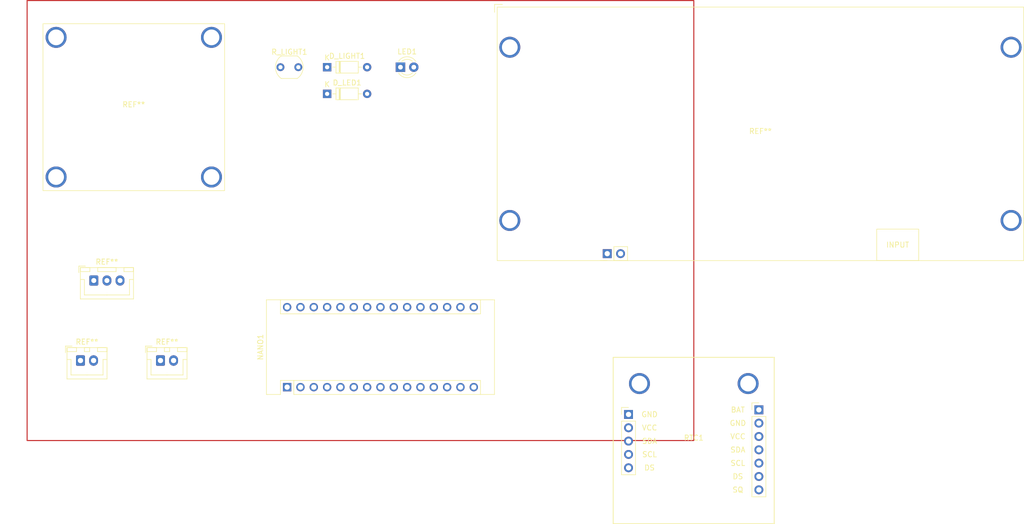
<source format=kicad_pcb>
(kicad_pcb (version 20211014) (generator pcbnew)
  (layers (0 "F.Cu" signal) (31 "B.Cu" signal) (34 "B.Paste" user) (35 "F.Paste" user) (36 "B.SilkS" user "B.Silkscreen") (37 "F.SilkS" user "F.Silkscreen") (38 "B.Mask" user) (39 "F.Mask" user) (44 "Edge.Cuts" user))
  (net 0 "")
  (net 27 "GND")
  (net 30 "Net-(D_LED1-Pad1)")
  (net 31 "Net-(D_LIGHT1-Pad2)")
  (net 32 "Net-(NANO1-Pad23)")
  (net 33 "Net-(NANO1-Pad24)")
  (net 34 "Net-(D_LED1-Pad2)")
  (net 35 "Net-(D_LIGHT1-Pad1)")
  (net 36 "Net-(NANO1-Pad27)")
  (footprint "P2000:DS1307" (layer "F.Cu") (at 170.18 121.92)
    (fp_text reference "RTC1" (at 0 -0.5 unlocked) (layer "F.SilkS"))
    (fp_text value "DS1307+")
    (fp_text user "BAT" (at 8.4 -5.85) (layer "F.SilkS"))
    (fp_text user "DS" (at 8.4 6.85) (layer "F.SilkS"))
    (fp_text user "DS" (at -8.43 5.19) (layer "F.SilkS"))
    (fp_text user "GND" (at 8.4 -3.31) (layer "F.SilkS"))
    (fp_text user "VCC" (at -8.43 -2.43) (layer "F.SilkS"))
    (fp_text user "SCL" (at -8.43 2.65) (layer "F.SilkS"))
    (fp_text user "SDA" (at 8.4 1.77) (layer "F.SilkS"))
    (fp_text user "VCC" (at 8.4 -0.77) (layer "F.SilkS"))
    (fp_text user "SQ" (at 8.4 9.39) (layer "F.SilkS"))
    (fp_text user "SDA" (at -8.43 0.11) (layer "F.SilkS"))
    (fp_text user "GND" (at -8.43 -4.97) (layer "F.SilkS"))
    (fp_text user "SCL" (at 8.4 4.31) (layer "F.SilkS"))
    (fp_line (start 13.73 -4.58) (end 13.73 10.72) (layer "F.SilkS") (width 0.12))
    (fp_line (start -15.35 -15.85) (end 15.35 -15.85) (layer "F.SilkS") (width 0.15))
    (fp_line (start 11.07 -4.58) (end 13.73 -4.58) (layer "F.SilkS") (width 0.12))
    (fp_line (start 11.07 -4.58) (end 11.07 10.72) (layer "F.SilkS") (width 0.12))
    (fp_line (start 15.32 -15.85) (end 15.32 15.85) (layer "F.SilkS") (width 0.15))
    (fp_line (start -13.76 -6.3) (end -12.43 -6.3) (layer "F.SilkS") (width 0.12))
    (fp_line (start -11.1 -3.7) (end -11.1 6.52) (layer "F.SilkS") (width 0.12))
    (fp_line (start 11.07 -5.85) (end 11.07 -7.18) (layer "F.SilkS") (width 0.12))
    (fp_line (start -13.76 -3.7) (end -13.76 6.52) (layer "F.SilkS") (width 0.12))
    (fp_line (start -13.76 -3.7) (end -11.1 -3.7) (layer "F.SilkS") (width 0.12))
    (fp_line (start -15.35 15.85) (end -15.35 -15.85) (layer "F.SilkS") (width 0.15))
    (fp_line (start -13.76 6.52) (end -11.1 6.52) (layer "F.SilkS") (width 0.12))
    (fp_line (start 15.35 15.85) (end -15.35 15.85) (layer "F.SilkS") (width 0.15))
    (fp_line (start 11.07 -7.18) (end 12.4 -7.18) (layer "F.SilkS") (width 0.12))
    (fp_line (start 11.07 10.72) (end 13.73 10.72) (layer "F.SilkS") (width 0.12))
    (fp_line (start -13.76 -4.97) (end -13.76 -6.3) (layer "F.SilkS") (width 0.12))
    (pad "" np_thru_hole circle (at -10.35 -10.85) (size 4 4) (drill 3) (layers F&B.Cu *.Mask))
    (pad "" np_thru_hole circle (at 10.35 -10.85) (size 4 4) (drill 3) (layers F&B.Cu *.Mask))
    (pad "1" thru_hole rect (at 12.4 -5.85) (size 1.7 1.7) (drill 1) (layers *.Cu *.Mask))
    (pad "2" thru_hole oval (at 12.4 -3.31) (size 1.7 1.7) (drill 1) (layers *.Cu *.Mask))
    (pad "3" thru_hole oval (at 12.4 -0.77) (size 1.7 1.7) (drill 1) (layers *.Cu *.Mask))
    (pad "4" thru_hole oval (at 12.4 1.77) (size 1.7 1.7) (drill 1) (layers *.Cu *.Mask) (net 27 "GND"))
    (pad "5" thru_hole oval (at 12.4 4.31) (size 1.7 1.7) (drill 1) (layers *.Cu *.Mask) (net 32 "Net-(NANO1-Pad23)"))
    (pad "6" thru_hole oval (at 12.4 6.85) (size 1.7 1.7) (drill 1) (layers *.Cu *.Mask) (net 33 "Net-(NANO1-Pad24)"))
    (pad "7" thru_hole oval (at 12.4 9.39) (size 1.7 1.7) (drill 1) (layers *.Cu *.Mask))
    (pad "8" thru_hole rect (at -12.43 -4.97) (size 1.7 1.7) (drill 1) (layers *.Cu *.Mask) (net 36 "Net-(NANO1-Pad27)"))
    (pad "9" thru_hole oval (at -12.43 -2.43) (size 1.7 1.7) (drill 1) (layers *.Cu *.Mask))
    (pad "10" thru_hole oval (at -12.43 0.11) (size 1.7 1.7) (drill 1) (layers *.Cu *.Mask))
    (pad "11" thru_hole oval (at -12.43 2.65) (size 1.7 1.7) (drill 1) (layers *.Cu *.Mask))
    (pad "12" thru_hole oval (at -12.43 5.19) (size 1.7 1.7) (drill 1) (layers *.Cu *.Mask))
  )
  (footprint "Connector_JST:JST_XH_B2B-XH-A_1x02_P2.50mm_Vertical" (layer "F.Cu") (at 53.34 106.68)
    (fp_text reference "REF**" (at 1.25 -3.55) (layer "F.SilkS"))
    (fp_text value "JST_XH_B2B-XH-A_1x02_P2.50mm_Vertical")
    (fp_line (start -1.6 -2.75) (end -2.85 -2.75) (layer "F.SilkS") (width 0.12))
    (fp_line (start 3.25 -1.7) (end 5.05 -1.7) (layer "F.SilkS") (width 0.12))
    (fp_line (start 1.75 -1.7) (end 1.75 -2.45) (layer "F.SilkS") (width 0.12))
    (fp_line (start -2.85 -2.75) (end -2.85 -1.5) (layer "F.SilkS") (width 0.12))
    (fp_line (start 4.3 -0.2) (end 4.3 2.75) (layer "F.SilkS") (width 0.12))
    (fp_line (start -2.56 -2.46) (end -2.56 3.51) (layer "F.SilkS") (width 0.12))
    (fp_line (start 5.05 -2.45) (end 3.25 -2.45) (layer "F.SilkS") (width 0.12))
    (fp_line (start 4.3 2.75) (end 1.25 2.75) (layer "F.SilkS") (width 0.12))
    (fp_line (start 5.05 -1.7) (end 5.05 -2.45) (layer "F.SilkS") (width 0.12))
    (fp_line (start 5.06 -2.46) (end -2.56 -2.46) (layer "F.SilkS") (width 0.12))
    (fp_line (start 3.25 -2.45) (end 3.25 -1.7) (layer "F.SilkS") (width 0.12))
    (fp_line (start -2.55 -1.7) (end -0.75 -1.7) (layer "F.SilkS") (width 0.12))
    (fp_line (start -2.55 -2.45) (end -2.55 -1.7) (layer "F.SilkS") (width 0.12))
    (fp_line (start 1.75 -2.45) (end 0.75 -2.45) (layer "F.SilkS") (width 0.12))
    (fp_line (start -1.8 2.75) (end 1.25 2.75) (layer "F.SilkS") (width 0.12))
    (fp_line (start -2.55 -0.2) (end -1.8 -0.2) (layer "F.SilkS") (width 0.12))
    (fp_line (start 5.05 -0.2) (end 4.3 -0.2) (layer "F.SilkS") (width 0.12))
    (fp_line (start 5.06 3.51) (end 5.06 -2.46) (layer "F.SilkS") (width 0.12))
    (fp_line (start -0.75 -1.7) (end -0.75 -2.45) (layer "F.SilkS") (width 0.12))
    (fp_line (start -0.75 -2.45) (end -2.55 -2.45) (layer "F.SilkS") (width 0.12))
    (fp_line (start -2.56 3.51) (end 5.06 3.51) (layer "F.SilkS") (width 0.12))
    (fp_line (start 0.75 -2.45) (end 0.75 -1.7) (layer "F.SilkS") (width 0.12))
    (fp_line (start 0.75 -1.7) (end 1.75 -1.7) (layer "F.SilkS") (width 0.12))
    (fp_line (start -1.8 -0.2) (end -1.8 2.75) (layer "F.SilkS") (width 0.12))
    (pad "1" thru_hole roundrect (at 0 0) (size 1.7 2) (drill 1) (layers *.Cu *.Mask) (roundrect_rratio 0.147059))
    (pad "2" thru_hole oval (at 2.5 0) (size 1.7 2) (drill 1) (layers *.Cu *.Mask))
  )
  (footprint "OptoDevice:R_LDR_5.1x4.3mm_P3.4mm_Vertical" (layer "F.Cu") (at 91.44 50.8)
    (fp_text reference "R_LIGHT1" (at 1.7 -2.9) (layer "F.SilkS"))
    (fp_text value "LDR07")
    (fp_line (start 0.15 -2.15) (end 3.2 -2.15) (layer "F.SilkS") (width 0.12))
    (fp_line (start 0.15 2.15) (end 3.2 2.15) (layer "F.SilkS") (width 0.12))
    (fp_arc (start 0.15 2.15) (mid -0.950438 -0.013368) (end 0.171766 -2.165525) (layer "F.SilkS") (width 0.12))
    (fp_arc (start 3.2 -2.15) (mid 4.321403 -0.027338) (end 3.244513 2.118249) (layer "F.SilkS") (width 0.12))
    (pad "1" thru_hole circle (at 0 0) (size 1.5 1.5) (drill 0.8) (layers *.Cu *.Mask) (net 36 "Net-(NANO1-Pad27)"))
    (pad "2" thru_hole circle (at 3.4 0) (size 1.5 1.5) (drill 0.8) (layers *.Cu *.Mask) (net 31 "Net-(D_LIGHT1-Pad2)"))
  )
  (footprint "Diode_THT:D_DO-35_SOD27_P7.62mm_Horizontal" (layer "F.Cu") (at 100.33 50.8)
    (fp_text reference "D_LIGHT1" (at 3.81 -2.12) (layer "F.SilkS"))
    (fp_text value "1N4148")
    (fp_text user "K" (at 0 -1.8) (layer "F.SilkS"))
    (fp_line (start 6.58 0) (end 5.93 0) (layer "F.SilkS") (width 0.12))
    (fp_line (start 5.93 -1.12) (end 1.69 -1.12) (layer "F.SilkS") (width 0.12))
    (fp_line (start 1.69 1.12) (end 5.93 1.12) (layer "F.SilkS") (width 0.12))
    (fp_line (start 1.69 -1.12) (end 1.69 1.12) (layer "F.SilkS") (width 0.12))
    (fp_line (start 5.93 1.12) (end 5.93 -1.12) (layer "F.SilkS") (width 0.12))
    (fp_line (start 2.41 -1.12) (end 2.41 1.12) (layer "F.SilkS") (width 0.12))
    (fp_line (start 2.53 -1.12) (end 2.53 1.12) (layer "F.SilkS") (width 0.12))
    (fp_line (start 1.04 0) (end 1.69 0) (layer "F.SilkS") (width 0.12))
    (fp_line (start 2.29 -1.12) (end 2.29 1.12) (layer "F.SilkS") (width 0.12))
    (pad "1" thru_hole rect (at 0 0) (size 1.6 1.6) (drill 0.8) (layers *.Cu *.Mask) (net 35 "Net-(D_LIGHT1-Pad1)"))
    (pad "2" thru_hole oval (at 7.62 0) (size 1.6 1.6) (drill 0.8) (layers *.Cu *.Mask) (net 31 "Net-(D_LIGHT1-Pad2)"))
  )
  (footprint "LED_THT:LED_D3.0mm_Clear" (layer "F.Cu") (at 114.3 50.8)
    (fp_text reference "LED1" (at 1.27 -2.96) (layer "F.SilkS"))
    (fp_text value "LED")
    (fp_line (start -0.29 1.08) (end -0.29 1.236) (layer "F.SilkS") (width 0.12))
    (fp_line (start -0.29 -1.236) (end -0.29 -1.08) (layer "F.SilkS") (width 0.12))
    (fp_arc (start 0.229039 -1.08) (mid 1.270117 -1.5) (end 2.31113 -1.079837) (layer "F.SilkS") (width 0.12))
    (fp_arc (start 2.942335 1.078608) (mid 1.366487 1.987659) (end -0.29 1.235516) (layer "F.SilkS") (width 0.12))
    (fp_arc (start -0.29 -1.235516) (mid 1.366487 -1.987659) (end 2.942335 -1.078608) (layer "F.SilkS") (width 0.12))
    (fp_arc (start 2.31113 1.079837) (mid 1.270117 1.5) (end 0.229039 1.08) (layer "F.SilkS") (width 0.12))
    (pad "1" thru_hole rect (at 0 0) (size 1.8 1.8) (drill 0.9) (layers *.Cu *.Mask) (net 27 "GND"))
    (pad "2" thru_hole circle (at 2.54 0) (size 1.8 1.8) (drill 0.9) (layers *.Cu *.Mask) (net 30 "Net-(D_LED1-Pad1)"))
  )
  (footprint "P2000:N2003 Shield" (layer "F.Cu") (at 63.5 58.42)
    (fp_text reference "REF**" (at 0 -0.5 unlocked) (layer "F.SilkS"))
    (fp_text value "N2003 Shield")
    (fp_rect (start -17.3 -15.9) (end 17.3 15.9) (layer "F.SilkS") (width 0.12) (fill none))
    (pad "" np_thru_hole circle (at -14.8 -13.3) (size 4 4) (drill 3) (layers F&B.Cu *.Mask))
    (pad "" np_thru_hole circle (at 14.8 -13.3) (size 4 4) (drill 3) (layers F&B.Cu *.Mask))
    (pad "" np_thru_hole circle (at -14.8 13.3) (size 4 4) (drill 3) (layers F&B.Cu *.Mask))
    (pad "" np_thru_hole circle (at 14.8 13.3) (size 4 4) (drill 3) (layers F&B.Cu *.Mask))
  )
  (footprint "Module:Arduino_Nano" (layer "F.Cu") (at 92.71 111.75 90)
    (fp_text reference "NANO1" (at 7.62 -5.08 90) (layer "F.SilkS"))
    (fp_text value "Arduino_Nano_v3.x")
    (fp_line (start 13.97 -1.27) (end 16.64 -1.27) (layer "F.SilkS") (width 0.12))
    (fp_line (start 1.27 1.27) (end -1.4 1.27) (layer "F.SilkS") (width 0.12))
    (fp_line (start 16.64 -3.94) (end -1.4 -3.94) (layer "F.SilkS") (width 0.12))
    (fp_line (start 13.97 -1.27) (end 13.97 36.83) (layer "F.SilkS") (width 0.12))
    (fp_line (start 1.27 1.27) (end 1.27 -1.27) (layer "F.SilkS") (width 0.12))
    (fp_line (start 16.64 39.5) (end 16.64 -3.94) (layer "F.SilkS") (width 0.12))
    (fp_line (start -1.4 -3.94) (end -1.4 -1.27) (layer "F.SilkS") (width 0.12))
    (fp_line (start 1.27 1.27) (end 1.27 36.83) (layer "F.SilkS") (width 0.12))
    (fp_line (start 1.27 -1.27) (end -1.4 -1.27) (layer "F.SilkS") (width 0.12))
    (fp_line (start 1.27 36.83) (end -1.4 36.83) (layer "F.SilkS") (width 0.12))
    (fp_line (start 13.97 36.83) (end 16.64 36.83) (layer "F.SilkS") (width 0.12))
    (fp_line (start -1.4 39.5) (end 16.64 39.5) (layer "F.SilkS") (width 0.12))
    (fp_line (start -1.4 1.27) (end -1.4 39.5) (layer "F.SilkS") (width 0.12))
    (pad "1" thru_hole rect (at 0 0 90) (size 1.6 1.6) (drill 1) (layers *.Cu *.Mask))
    (pad "2" thru_hole oval (at 0 2.54 90) (size 1.6 1.6) (drill 1) (layers *.Cu *.Mask))
    (pad "3" thru_hole oval (at 0 5.08 90) (size 1.6 1.6) (drill 1) (layers *.Cu *.Mask))
    (pad "4" thru_hole oval (at 0 7.62 90) (size 1.6 1.6) (drill 1) (layers *.Cu *.Mask) (net 27 "GND"))
    (pad "5" thru_hole oval (at 0 10.16 90) (size 1.6 1.6) (drill 1) (layers *.Cu *.Mask))
    (pad "6" thru_hole oval (at 0 12.7 90) (size 1.6 1.6) (drill 1) (layers *.Cu *.Mask))
    (pad "7" thru_hole oval (at 0 15.24 90) (size 1.6 1.6) (drill 1) (layers *.Cu *.Mask))
    (pad "8" thru_hole oval (at 0 17.78 90) (size 1.6 1.6) (drill 1) (layers *.Cu *.Mask))
    (pad "9" thru_hole oval (at 0 20.32 90) (size 1.6 1.6) (drill 1) (layers *.Cu *.Mask))
    (pad "10" thru_hole oval (at 0 22.86 90) (size 1.6 1.6) (drill 1) (layers *.Cu *.Mask))
    (pad "11" thru_hole oval (at 0 25.4 90) (size 1.6 1.6) (drill 1) (layers *.Cu *.Mask))
    (pad "12" thru_hole oval (at 0 27.94 90) (size 1.6 1.6) (drill 1) (layers *.Cu *.Mask) (net 34 "Net-(D_LED1-Pad2)"))
    (pad "13" thru_hole oval (at 0 30.48 90) (size 1.6 1.6) (drill 1) (layers *.Cu *.Mask))
    (pad "14" thru_hole oval (at 0 33.02 90) (size 1.6 1.6) (drill 1) (layers *.Cu *.Mask))
    (pad "15" thru_hole oval (at 0 35.56 90) (size 1.6 1.6) (drill 1) (layers *.Cu *.Mask))
    (pad "16" thru_hole oval (at 15.24 35.56 90) (size 1.6 1.6) (drill 1) (layers *.Cu *.Mask))
    (pad "17" thru_hole oval (at 15.24 33.02 90) (size 1.6 1.6) (drill 1) (layers *.Cu *.Mask))
    (pad "18" thru_hole oval (at 15.24 30.48 90) (size 1.6 1.6) (drill 1) (layers *.Cu *.Mask))
    (pad "19" thru_hole oval (at 15.24 27.94 90) (size 1.6 1.6) (drill 1) (layers *.Cu *.Mask) (net 35 "Net-(D_LIGHT1-Pad1)"))
    (pad "20" thru_hole oval (at 15.24 25.4 90) (size 1.6 1.6) (drill 1) (layers *.Cu *.Mask))
    (pad "21" thru_hole oval (at 15.24 22.86 90) (size 1.6 1.6) (drill 1) (layers *.Cu *.Mask))
    (pad "22" thru_hole oval (at 15.24 20.32 90) (size 1.6 1.6) (drill 1) (layers *.Cu *.Mask))
    (pad "23" thru_hole oval (at 15.24 17.78 90) (size 1.6 1.6) (drill 1) (layers *.Cu *.Mask) (net 32 "Net-(NANO1-Pad23)"))
    (pad "24" thru_hole oval (at 15.24 15.24 90) (size 1.6 1.6) (drill 1) (layers *.Cu *.Mask) (net 33 "Net-(NANO1-Pad24)"))
    (pad "25" thru_hole oval (at 15.24 12.7 90) (size 1.6 1.6) (drill 1) (layers *.Cu *.Mask))
    (pad "26" thru_hole oval (at 15.24 10.16 90) (size 1.6 1.6) (drill 1) (layers *.Cu *.Mask))
    (pad "27" thru_hole oval (at 15.24 7.62 90) (size 1.6 1.6) (drill 1) (layers *.Cu *.Mask) (net 36 "Net-(NANO1-Pad27)"))
    (pad "28" thru_hole oval (at 15.24 5.08 90) (size 1.6 1.6) (drill 1) (layers *.Cu *.Mask))
    (pad "29" thru_hole oval (at 15.24 2.54 90) (size 1.6 1.6) (drill 1) (layers *.Cu *.Mask))
    (pad "30" thru_hole oval (at 15.24 0 90) (size 1.6 1.6) (drill 1) (layers *.Cu *.Mask))
  )
  (footprint "Connector_JST:JST_XH_B2B-XH-A_1x02_P2.50mm_Vertical" (layer "F.Cu") (at 68.58 106.68)
    (fp_text reference "REF**" (at 1.25 -3.55) (layer "F.SilkS"))
    (fp_text value "JST_XH_B2B-XH-A_1x02_P2.50mm_Vertical")
    (fp_line (start 5.05 -0.2) (end 4.3 -0.2) (layer "F.SilkS") (width 0.12))
    (fp_line (start 4.3 -0.2) (end 4.3 2.75) (layer "F.SilkS") (width 0.12))
    (fp_line (start 5.06 -2.46) (end -2.56 -2.46) (layer "F.SilkS") (width 0.12))
    (fp_line (start -2.55 -2.45) (end -2.55 -1.7) (layer "F.SilkS") (width 0.12))
    (fp_line (start -1.8 2.75) (end 1.25 2.75) (layer "F.SilkS") (width 0.12))
    (fp_line (start -1.6 -2.75) (end -2.85 -2.75) (layer "F.SilkS") (width 0.12))
    (fp_line (start 3.25 -2.45) (end 3.25 -1.7) (layer "F.SilkS") (width 0.12))
    (fp_line (start 5.05 -2.45) (end 3.25 -2.45) (layer "F.SilkS") (width 0.12))
    (fp_line (start -2.85 -2.75) (end -2.85 -1.5) (layer "F.SilkS") (width 0.12))
    (fp_line (start -2.56 3.51) (end 5.06 3.51) (layer "F.SilkS") (width 0.12))
    (fp_line (start 4.3 2.75) (end 1.25 2.75) (layer "F.SilkS") (width 0.12))
    (fp_line (start 1.75 -2.45) (end 0.75 -2.45) (layer "F.SilkS") (width 0.12))
    (fp_line (start 1.75 -1.7) (end 1.75 -2.45) (layer "F.SilkS") (width 0.12))
    (fp_line (start 0.75 -2.45) (end 0.75 -1.7) (layer "F.SilkS") (width 0.12))
    (fp_line (start -2.56 -2.46) (end -2.56 3.51) (layer "F.SilkS") (width 0.12))
    (fp_line (start 0.75 -1.7) (end 1.75 -1.7) (layer "F.SilkS") (width 0.12))
    (fp_line (start 3.25 -1.7) (end 5.05 -1.7) (layer "F.SilkS") (width 0.12))
    (fp_line (start -1.8 -0.2) (end -1.8 2.75) (layer "F.SilkS") (width 0.12))
    (fp_line (start -2.55 -1.7) (end -0.75 -1.7) (layer "F.SilkS") (width 0.12))
    (fp_line (start 5.06 3.51) (end 5.06 -2.46) (layer "F.SilkS") (width 0.12))
    (fp_line (start 5.05 -1.7) (end 5.05 -2.45) (layer "F.SilkS") (width 0.12))
    (fp_line (start -2.55 -0.2) (end -1.8 -0.2) (layer "F.SilkS") (width 0.12))
    (fp_line (start -0.75 -1.7) (end -0.75 -2.45) (layer "F.SilkS") (width 0.12))
    (fp_line (start -0.75 -2.45) (end -2.55 -2.45) (layer "F.SilkS") (width 0.12))
    (pad "1" thru_hole roundrect (at 0 0) (size 1.7 2) (drill 1) (layers *.Cu *.Mask) (roundrect_rratio 0.147059))
    (pad "2" thru_hole oval (at 2.5 0) (size 1.7 2) (drill 1) (layers *.Cu *.Mask))
  )
  (footprint "P2000:Battery Shield" (layer "F.Cu") (at 182.88 63.5)
    (fp_text reference "REF**" (at 0 -0.5 unlocked) (layer "F.SilkS"))
    (fp_text value "Battery Shield")
    (fp_text user "INPUT" (at 26.15 21.15 unlocked) (layer "F.SilkS"))
    (fp_line (start -29.19 24.15) (end -30.52 24.15) (layer "F.SilkS") (width 0.12))
    (fp_line (start -27.92 24.15) (end -27.92 21.49) (layer "F.SilkS") (width 0.12))
    (fp_line (start -27.92 21.49) (end -25.32 21.49) (layer "F.SilkS") (width 0.12))
    (fp_line (start -27.92 24.15) (end -25.32 24.15) (layer "F.SilkS") (width 0.12))
    (fp_line (start -50.65 -24.65) (end -50.65 -23.15) (layer "F.SilkS") (width 0.12))
    (fp_line (start -25.32 24.15) (end -25.32 21.49) (layer "F.SilkS") (width 0.12))
    (fp_line (start -50.65 -24.65) (end -49.15 -24.65) (layer "F.SilkS") (width 0.12))
    (fp_rect (start -50.15 -24.15) (end 50.15 24.15) (layer "F.SilkS") (width 0.12) (fill none))
    (fp_rect (start 22.15 18.15) (end 30.15 24.15) (layer "F.SilkS") (width 0.12) (fill none))
    (pad "" np_thru_hole circle (at -47.75 16.5) (size 4 4) (drill 3) (layers F&B.Cu *.Mask))
    (pad "" np_thru_hole circle (at 47.75 -16.5) (size 4 4) (drill 3) (layers F&B.Cu *.Mask))
    (pad "" np_thru_hole circle (at -47.75 -16.5) (size 4 4) (drill 3) (layers F&B.Cu *.Mask))
    (pad "" np_thru_hole circle (at 47.75 16.5) (size 4 4) (drill 3) (layers F&B.Cu *.Mask))
    (pad "1" thru_hole rect (at -29.19 22.82 90) (size 1.7 1.7) (drill 1) (layers *.Cu *.Mask))
    (pad "2" thru_hole oval (at -26.65 22.82 90) (size 1.7 1.7) (drill 1) (layers *.Cu *.Mask))
  )
  (footprint "Connector_JST:JST_XH_B3B-XH-A_1x03_P2.50mm_Vertical" (layer "F.Cu") (at 55.88 91.44)
    (fp_text reference "REF**" (at 2.5 -3.55) (layer "F.SilkS"))
    (fp_text value "JST_XH_B3B-XH-A_1x03_P2.50mm_Vertical")
    (fp_line (start 4.25 -2.45) (end 0.75 -2.45) (layer "F.SilkS") (width 0.12))
    (fp_line (start 7.55 -0.2) (end 6.8 -0.2) (layer "F.SilkS") (width 0.12))
    (fp_line (start -2.55 -2.45) (end -2.55 -1.7) (layer "F.SilkS") (width 0.12))
    (fp_line (start -2.56 3.51) (end 7.56 3.51) (layer "F.SilkS") (width 0.12))
    (fp_line (start -0.75 -1.7) (end -0.75 -2.45) (layer "F.SilkS") (width 0.12))
    (fp_line (start -2.56 -2.46) (end -2.56 3.51) (layer "F.SilkS") (width 0.12))
    (fp_line (start 6.8 2.75) (end 2.5 2.75) (layer "F.SilkS") (width 0.12))
    (fp_line (start 7.56 3.51) (end 7.56 -2.46) (layer "F.SilkS") (width 0.12))
    (fp_line (start -2.85 -2.75) (end -2.85 -1.5) (layer "F.SilkS") (width 0.12))
    (fp_line (start 0.75 -2.45) (end 0.75 -1.7) (layer "F.SilkS") (width 0.12))
    (fp_line (start 6.8 -0.2) (end 6.8 2.75) (layer "F.SilkS") (width 0.12))
    (fp_line (start -2.55 -1.7) (end -0.75 -1.7) (layer "F.SilkS") (width 0.12))
    (fp_line (start -1.6 -2.75) (end -2.85 -2.75) (layer "F.SilkS") (width 0.12))
    (fp_line (start 7.56 -2.46) (end -2.56 -2.46) (layer "F.SilkS") (width 0.12))
    (fp_line (start 5.75 -2.45) (end 5.75 -1.7) (layer "F.SilkS") (width 0.12))
    (fp_line (start 5.75 -1.7) (end 7.55 -1.7) (layer "F.SilkS") (width 0.12))
    (fp_line (start -0.75 -2.45) (end -2.55 -2.45) (layer "F.SilkS") (width 0.12))
    (fp_line (start 7.55 -1.7) (end 7.55 -2.45) (layer "F.SilkS") (width 0.12))
    (fp_line (start 4.25 -1.7) (end 4.25 -2.45) (layer "F.SilkS") (width 0.12))
    (fp_line (start -1.8 2.75) (end 2.5 2.75) (layer "F.SilkS") (width 0.12))
    (fp_line (start 7.55 -2.45) (end 5.75 -2.45) (layer "F.SilkS") (width 0.12))
    (fp_line (start -1.8 -0.2) (end -1.8 2.75) (layer "F.SilkS") (width 0.12))
    (fp_line (start 0.75 -1.7) (end 4.25 -1.7) (layer "F.SilkS") (width 0.12))
    (fp_line (start -2.55 -0.2) (end -1.8 -0.2) (layer "F.SilkS") (width 0.12))
    (pad "1" thru_hole roundrect (at 0 0) (size 1.7 1.95) (drill 0.95) (layers *.Cu *.Mask) (roundrect_rratio 0.147059))
    (pad "2" thru_hole oval (at 2.5 0) (size 1.7 1.95) (drill 0.95) (layers *.Cu *.Mask))
    (pad "3" thru_hole oval (at 5 0) (size 1.7 1.95) (drill 0.95) (layers *.Cu *.Mask))
  )
  (footprint "Diode_THT:D_DO-35_SOD27_P7.62mm_Horizontal" (layer "F.Cu") (at 100.33 55.88)
    (fp_text reference "D_LED1" (at 3.81 -2.12) (layer "F.SilkS"))
    (fp_text value "1N4148")
    (fp_text user "K" (at 0 -1.8) (layer "F.SilkS"))
    (fp_line (start 5.93 -1.12) (end 1.69 -1.12) (layer "F.SilkS") (width 0.12))
    (fp_line (start 2.29 -1.12) (end 2.29 1.12) (layer "F.SilkS") (width 0.12))
    (fp_line (start 5.93 1.12) (end 5.93 -1.12) (layer "F.SilkS") (width 0.12))
    (fp_line (start 6.58 0) (end 5.93 0) (layer "F.SilkS") (width 0.12))
    (fp_line (start 2.41 -1.12) (end 2.41 1.12) (layer "F.SilkS") (width 0.12))
    (fp_line (start 1.69 -1.12) (end 1.69 1.12) (layer "F.SilkS") (width 0.12))
    (fp_line (start 2.53 -1.12) (end 2.53 1.12) (layer "F.SilkS") (width 0.12))
    (fp_line (start 1.69 1.12) (end 5.93 1.12) (layer "F.SilkS") (width 0.12))
    (fp_line (start 1.04 0) (end 1.69 0) (layer "F.SilkS") (width 0.12))
    (pad "1" thru_hole rect (at 0 0) (size 1.6 1.6) (drill 0.8) (layers *.Cu *.Mask) (net 30 "Net-(D_LED1-Pad1)"))
    (pad "2" thru_hole oval (at 7.62 0) (size 1.6 1.6) (drill 0.8) (layers *.Cu *.Mask) (net 34 "Net-(D_LED1-Pad2)"))
  )
  (gr_rect (start 170.18 38.1) (end 43.18 121.92) (layer "F.Cu") (width 0.2) (fill none))
)
</source>
